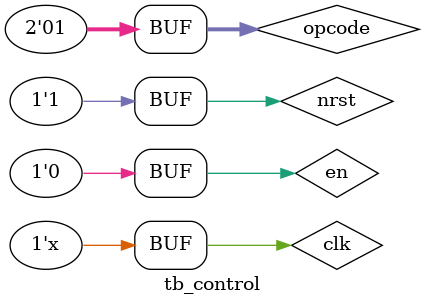
<source format=v>
`timescale 1ns / 1ps


module tb_control;

	// Inputs
	reg clk;
	reg nrst;
	reg [1:0] opcode;
	reg en;

	// Outputs
	wire [4:0] cstate;
	wire done;

	// Instantiate the Unit Under Test (UUT)
	control uut (
		.clk(clk), 
		.nrst(nrst), 
		.opcode(opcode), 
		.en(en), 
		.cstate(cstate), 
		.done(done)
	);

	always
		#10 clk = ~clk;
		
	initial begin
		// Initialize Inputs
		clk = 0;
		nrst = 0;
		opcode = 0;
		en = 0;

		// Wait 100 ns for global reset to finish
		#100;
        
		// Add stimulus here
		nrst = 1;
		#100;
		en = 1;
		#100;
		en = 0;
		#100;
		opcode = 5'd1;
		#100;
		en = 1;
		#20;
		en = 0;
		

	end
      
endmodule


</source>
